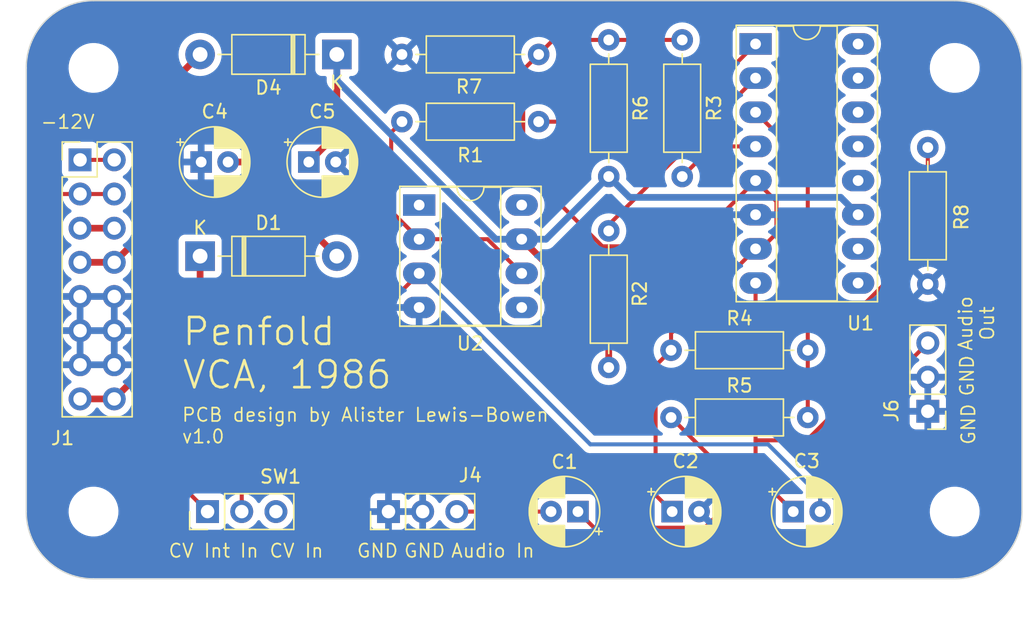
<source format=kicad_pcb>
(kicad_pcb (version 20221018) (generator pcbnew)
  (layers (0 "F.Cu" signal) (31 "B.Cu" power) (34 "B.Paste" user) (35 "F.Paste" user) (36 "B.SilkS" user "B.Silkscreen") (37 "F.SilkS" user "F.Silkscreen") (38 "B.Mask" user) (39 "F.Mask" user) (44 "Edge.Cuts" user))
  (net 0 "")
  (net 1 "Net-(C1-Pad1)")
  (net 2 "2")
  (net 3 "Net-(C2-Pad1)")
  (net 4 "GND")
  (net 5 "Net-(C3-Pad1)")
  (net 6 "3")
  (net 7 "-12V")
  (net 8 "+12V")
  (net 9 "Net-(D1-K)")
  (net 10 "Net-(D4-A)")
  (net 11 "Gate Bus")
  (net 12 "CV Bus")
  (net 13 "+5V")
  (net 14 "Net-(U2--)")
  (net 15 "1")
  (net 16 "Net-(U1C-DIODE_BIAS)")
  (net 17 "Net-(U1C--)")
  (net 18 "Net-(U1C-+)")
  (net 19 "Net-(SW1-C)")
  (footprint "Capacitor_THT:CP_Radial_D5.0mm_P2.00mm" (layer "F.Cu") (at 150 116)
    (fp_text reference "C2" (at 1 -3.75) (layer "F.SilkS"))
    (fp_text value "220uF")
    (pad "1" thru_hole rect (at 0 0) (size 1.6 1.6) (drill 0.8) (layers "*.Cu" "*.Mask") (net 3 "Net-(C2-Pad1)"))
    (pad "2" thru_hole circle (at 2 0) (size 1.6 1.6) (drill 0.8) (layers "*.Cu" "*.Mask") (net 4 "GND"))
  )
  (footprint "Connector_PinHeader_2.54mm:PinHeader_1x03_P2.54mm_Vertical" (layer "F.Cu") (at 115.475 116 90)
    (fp_text reference "SW1" (at 2.6 5.425 180) (layer "F.SilkS"))
    (fp_text value "CV Int/Ext")
    (pad "1" thru_hole rect (at 0 0 90) (size 1.7 1.7) (drill 1) (layers "*.Cu" "*.Mask") (net 12 "CV Bus"))
    (pad "2" thru_hole oval (at 0 2.54 90) (size 1.7 1.7) (drill 1) (layers "*.Cu" "*.Mask") (net 6 "3"))
    (pad "3" thru_hole oval (at 0 5.08 90) (size 1.7 1.7) (drill 1) (layers "*.Cu" "*.Mask") (net 19 "Net-(SW1-C)"))
  )
  (footprint "Resistor_THT:R_Axial_DIN0207_L6.3mm_D2.5mm_P10.16mm_Horizontal" (layer "F.Cu") (at 145.288 105.283 90)
    (fp_text reference "R2" (at 5.483 2.312 90) (layer "F.SilkS"))
    (fp_text value "22k")
    (pad "1" thru_hole circle (at 0 0 90) (size 1.6 1.6) (drill 0.8) (layers "*.Cu" "*.Mask") (net 8 "+12V"))
    (pad "2" thru_hole oval (at 10.16 0 90) (size 1.6 1.6) (drill 0.8) (layers "*.Cu" "*.Mask") (net 16 "Net-(U1C-DIODE_BIAS)"))
  )
  (footprint "Diode_THT:D_DO-41_SOD81_P10.16mm_Horizontal" (layer "F.Cu") (at 125.08 82 180)
    (fp_text reference "D4" (at 5.08 -2.47) (layer "F.SilkS"))
    (fp_text value "1N4007")
    (fp_text user "K" (at 0 -2.1) (layer "F.SilkS"))
    (pad "1" thru_hole rect (at 0 0 180) (size 2.2 2.2) (drill 1.1) (layers "*.Cu" "*.Mask") (net 8 "+12V"))
    (pad "2" thru_hole oval (at 10.16 0 180) (size 2.2 2.2) (drill 1.1) (layers "*.Cu" "*.Mask") (net 10 "Net-(D4-A)"))
  )
  (footprint "Resistor_THT:R_Axial_DIN0207_L6.3mm_D2.5mm_P10.16mm_Horizontal" (layer "F.Cu") (at 129.921 87)
    (fp_text reference "R1" (at 5.08 2.5) (layer "F.SilkS"))
    (fp_text value "18k")
    (pad "1" thru_hole circle (at 0 0) (size 1.6 1.6) (drill 0.8) (layers "*.Cu" "*.Mask") (net 14 "Net-(U2--)"))
    (pad "2" thru_hole oval (at 10.16 0) (size 1.6 1.6) (drill 0.8) (layers "*.Cu" "*.Mask") (net 15 "1"))
  )
  (footprint "Resistor_THT:R_Axial_DIN0207_L6.3mm_D2.5mm_P10.16mm_Horizontal" (layer "F.Cu") (at 150.749 80.92 -90)
    (fp_text reference "R3" (at 5.08 -2.37 90) (layer "F.SilkS"))
    (fp_text value "470")
    (pad "1" thru_hole circle (at 0 0 270) (size 1.6 1.6) (drill 0.8) (layers "*.Cu" "*.Mask") (net 3 "Net-(C2-Pad1)"))
    (pad "2" thru_hole oval (at 10.16 0 270) (size 1.6 1.6) (drill 0.8) (layers "*.Cu" "*.Mask") (net 17 "Net-(U1C--)"))
  )
  (footprint "Connector_PinHeader_2.54mm:PinHeader_2x08_P2.54mm_Vertical" (layer "F.Cu") (at 106 89.84)
    (fp_text reference "J1" (at -1.299 20.7) (layer "F.SilkS"))
    (fp_text value "Eurorack style bus")
    (pad "1" thru_hole rect (at 0 0) (size 1.7 1.7) (drill 1) (layers "*.Cu" "*.Mask") (net 11 "Gate Bus"))
    (pad "2" thru_hole oval (at 2.54 0) (size 1.7 1.7) (drill 1) (layers "*.Cu" "*.Mask") (net 11 "Gate Bus"))
    (pad "3" thru_hole oval (at 0 2.54) (size 1.7 1.7) (drill 1) (layers "*.Cu" "*.Mask") (net 12 "CV Bus"))
    (pad "4" thru_hole oval (at 2.54 2.54) (size 1.7 1.7) (drill 1) (layers "*.Cu" "*.Mask") (net 12 "CV Bus"))
    (pad "5" thru_hole oval (at 0 5.08) (size 1.7 1.7) (drill 1) (layers "*.Cu" "*.Mask") (net 13 "+5V"))
    (pad "6" thru_hole oval (at 2.54 5.08) (size 1.7 1.7) (drill 1) (layers "*.Cu" "*.Mask") (net 13 "+5V"))
    (pad "7" thru_hole oval (at 0 7.62) (size 1.7 1.7) (drill 1) (layers "*.Cu" "*.Mask") (net 10 "Net-(D4-A)"))
    (pad "8" thru_hole oval (at 2.54 7.62) (size 1.7 1.7) (drill 1) (layers "*.Cu" "*.Mask") (net 10 "Net-(D4-A)"))
    (pad "9" thru_hole oval (at 0 10.16) (size 1.7 1.7) (drill 1) (layers "*.Cu" "*.Mask") (net 4 "GND"))
    (pad "10" thru_hole oval (at 2.54 10.16) (size 1.7 1.7) (drill 1) (layers "*.Cu" "*.Mask") (net 4 "GND"))
    (pad "11" thru_hole oval (at 0 12.7) (size 1.7 1.7) (drill 1) (layers "*.Cu" "*.Mask") (net 4 "GND"))
    (pad "12" thru_hole oval (at 2.54 12.7) (size 1.7 1.7) (drill 1) (layers "*.Cu" "*.Mask") (net 4 "GND"))
    (pad "13" thru_hole oval (at 0 15.24) (size 1.7 1.7) (drill 1) (layers "*.Cu" "*.Mask") (net 4 "GND"))
    (pad "14" thru_hole oval (at 2.54 15.24) (size 1.7 1.7) (drill 1) (layers "*.Cu" "*.Mask") (net 4 "GND"))
    (pad "15" thru_hole oval (at 0 17.78) (size 1.7 1.7) (drill 1) (layers "*.Cu" "*.Mask") (net 9 "Net-(D1-K)"))
    (pad "16" thru_hole oval (at 2.54 17.78) (size 1.7 1.7) (drill 1) (layers "*.Cu" "*.Mask") (net 9 "Net-(D1-K)"))
  )
  (footprint "Package_DIP:DIP-8_W7.62mm_Socket_LongPads" (layer "F.Cu") (at 131.2 93.2)
    (fp_text reference "U2" (at 3.8 10.3) (layer "F.SilkS"))
    (fp_text value "CA3140")
    (pad "1" thru_hole rect (at 0 0) (size 2.4 1.6) (drill 0.8) (layers "*.Cu" "*.Mask"))
    (pad "2" thru_hole oval (at 0 2.54) (size 2.4 1.6) (drill 0.8) (layers "*.Cu" "*.Mask") (net 14 "Net-(U2--)"))
    (pad "3" thru_hole oval (at 0 5.08) (size 2.4 1.6) (drill 0.8) (layers "*.Cu" "*.Mask") (net 6 "3"))
    (pad "4" thru_hole oval (at 0 7.62) (size 2.4 1.6) (drill 0.8) (layers "*.Cu" "*.Mask") (net 4 "GND"))
    (pad "5" thru_hole oval (at 7.62 7.62) (size 2.4 1.6) (drill 0.8) (layers "*.Cu" "*.Mask"))
    (pad "6" thru_hole oval (at 7.62 5.08) (size 2.4 1.6) (drill 0.8) (layers "*.Cu" "*.Mask") (net 14 "Net-(U2--)"))
    (pad "7" thru_hole oval (at 7.62 2.54) (size 2.4 1.6) (drill 0.8) (layers "*.Cu" "*.Mask") (net 8 "+12V"))
    (pad "8" thru_hole oval (at 7.62 0) (size 2.4 1.6) (drill 0.8) (layers "*.Cu" "*.Mask"))
  )
  (footprint "MountingHole:MountingHole_3.2mm_M3" (layer "F.Cu") (at 107 83)
    (fp_text reference "H1" hide)
    (fp_text value "MountingHole")
    (pad "" np_thru_hole circle (at 0 0) (size 3.2 3.2) (drill 3.2) (layers "*.Cu" "*.Mask"))
  )
  (footprint "MountingHole:MountingHole_3.2mm_M3" (layer "F.Cu") (at 171 83)
    (fp_text reference "H2" hide)
    (fp_text value "MountingHole")
    (pad "" np_thru_hole circle (at 0 0) (size 3.2 3.2) (drill 3.2) (layers "*.Cu" "*.Mask"))
  )
  (footprint "Resistor_THT:R_Axial_DIN0207_L6.3mm_D2.5mm_P10.16mm_Horizontal" (layer "F.Cu") (at 169 99.08 90)
    (fp_text reference "R8" (at 4.98 2.5 90) (layer "F.SilkS"))
    (fp_text value "4k7")
    (pad "1" thru_hole circle (at 0 0 90) (size 1.6 1.6) (drill 0.8) (layers "*.Cu" "*.Mask") (net 4 "GND"))
    (pad "2" thru_hole oval (at 10.16 0 90) (size 1.6 1.6) (drill 0.8) (layers "*.Cu" "*.Mask") (net 5 "Net-(C3-Pad1)"))
  )
  (footprint "Connector_PinHeader_2.54mm:PinHeader_1x03_P2.54mm_Vertical" (layer "F.Cu") (at 128.92 116 90)
    (fp_text reference "J4" (at 2.7 6.08 180) (layer "F.SilkS"))
    (fp_text value "input breakout")
    (pad "1" thru_hole rect (at 0 0 90) (size 1.7 1.7) (drill 1) (layers "*.Cu" "*.Mask") (net 4 "GND"))
    (pad "2" thru_hole oval (at 0 2.54 90) (size 1.7 1.7) (drill 1) (layers "*.Cu" "*.Mask") (net 4 "GND"))
    (pad "3" thru_hole oval (at 0 5.08 90) (size 1.7 1.7) (drill 1) (layers "*.Cu" "*.Mask") (net 2 "2"))
  )
  (footprint "Diode_THT:D_DO-41_SOD81_P10.16mm_Horizontal" (layer "F.Cu") (at 114.92 97)
    (fp_text reference "D1" (at 5.08 -2.47) (layer "F.SilkS"))
    (fp_text value "1N4007")
    (fp_text user "K" (at 0 -2.1) (layer "F.SilkS"))
    (pad "1" thru_hole rect (at 0 0) (size 2.2 2.2) (drill 1.1) (layers "*.Cu" "*.Mask") (net 9 "Net-(D1-K)"))
    (pad "2" thru_hole oval (at 10.16 0) (size 2.2 2.2) (drill 1.1) (layers "*.Cu" "*.Mask") (net 7 "-12V"))
  )
  (footprint "Connector_PinHeader_2.54mm:PinHeader_1x03_P2.54mm_Vertical" (layer "F.Cu") (at 169 108.54 180)
    (fp_text reference "J6" (at 2.7 0.04 90) (layer "F.SilkS"))
    (fp_text value "Output breakout")
    (pad "1" thru_hole rect (at 0 0 180) (size 1.7 1.7) (drill 1) (layers "*.Cu" "*.Mask") (net 4 "GND"))
    (pad "2" thru_hole oval (at 0 2.54 180) (size 1.7 1.7) (drill 1) (layers "*.Cu" "*.Mask") (net 4 "GND"))
    (pad "3" thru_hole oval (at 0 5.08 180) (size 1.7 1.7) (drill 1) (layers "*.Cu" "*.Mask") (net 6 "3"))
  )
  (footprint "MountingHole:MountingHole_3.2mm_M3" (layer "F.Cu") (at 171 116)
    (fp_text reference "H4" hide)
    (fp_text value "MountingHole")
    (pad "" np_thru_hole circle (at 0 0) (size 3.2 3.2) (drill 3.2) (layers "*.Cu" "*.Mask"))
  )
  (footprint "MountingHole:MountingHole_3.2mm_M3" (layer "F.Cu") (at 107 116)
    (fp_text reference "H3" hide)
    (fp_text value "MountingHole")
    (pad "" np_thru_hole circle (at 0 0) (size 3.2 3.2) (drill 3.2) (layers "*.Cu" "*.Mask"))
  )
  (footprint "Resistor_THT:R_Axial_DIN0207_L6.3mm_D2.5mm_P10.16mm_Horizontal" (layer "F.Cu") (at 149.92 104)
    (fp_text reference "R4" (at 5.08 -2.37) (layer "F.SilkS"))
    (fp_text value "470")
    (pad "1" thru_hole circle (at 0 0) (size 1.6 1.6) (drill 0.8) (layers "*.Cu" "*.Mask") (net 3 "Net-(C2-Pad1)"))
    (pad "2" thru_hole oval (at 10.16 0) (size 1.6 1.6) (drill 0.8) (layers "*.Cu" "*.Mask") (net 18 "Net-(U1C-+)"))
  )
  (footprint "Capacitor_THT:CP_Radial_D5.0mm_P2.00mm" (layer "F.Cu") (at 115 90)
    (fp_text reference "C4" (at 1 -3.75) (layer "F.SilkS"))
    (fp_text value "10uF")
    (pad "1" thru_hole rect (at 0 0) (size 1.6 1.6) (drill 0.8) (layers "*.Cu" "*.Mask") (net 4 "GND"))
    (pad "2" thru_hole circle (at 2 0) (size 1.6 1.6) (drill 0.8) (layers "*.Cu" "*.Mask") (net 7 "-12V"))
  )
  (footprint "Capacitor_THT:CP_Radial_D5.0mm_P2.00mm" (layer "F.Cu") (at 159 116)
    (fp_text reference "C3" (at 1 -3.75) (layer "F.SilkS"))
    (fp_text value "10uF")
    (pad "1" thru_hole rect (at 0 0) (size 1.6 1.6) (drill 0.8) (layers "*.Cu" "*.Mask") (net 5 "Net-(C3-Pad1)"))
    (pad "2" thru_hole circle (at 2 0) (size 1.6 1.6) (drill 0.8) (layers "*.Cu" "*.Mask") (net 6 "3"))
  )
  (footprint "Resistor_THT:R_Axial_DIN0207_L6.3mm_D2.5mm_P10.16mm_Horizontal" (layer "F.Cu") (at 129.92 82)
    (fp_text reference "R7" (at 4.98 2.4) (layer "F.SilkS"))
    (fp_text value "4k7")
    (pad "1" thru_hole circle (at 0 0) (size 1.6 1.6) (drill 0.8) (layers "*.Cu" "*.Mask") (net 4 "GND"))
    (pad "2" thru_hole oval (at 10.16 0) (size 1.6 1.6) (drill 0.8) (layers "*.Cu" "*.Mask") (net 3 "Net-(C2-Pad1)"))
  )
  (footprint "Capacitor_THT:CP_Radial_D5.0mm_P2.00mm" (layer "F.Cu") (at 143 116 180)
    (fp_text reference "C1" (at 1 3.7) (layer "F.SilkS"))
    (fp_text value "1uF")
    (pad "1" thru_hole rect (at 0 0 180) (size 1.6 1.6) (drill 0.8) (layers "*.Cu" "*.Mask") (net 1 "Net-(C1-Pad1)"))
    (pad "2" thru_hole circle (at 2 0 180) (size 1.6 1.6) (drill 0.8) (layers "*.Cu" "*.Mask") (net 2 "2"))
  )
  (footprint "Resistor_THT:R_Axial_DIN0207_L6.3mm_D2.5mm_P10.16mm_Horizontal" (layer "F.Cu") (at 149.92 109)
    (fp_text reference "R5" (at 5.08 -2.37) (layer "F.SilkS"))
    (fp_text value "22k")
    (pad "1" thru_hole circle (at 0 0) (size 1.6 1.6) (drill 0.8) (layers "*.Cu" "*.Mask") (net 1 "Net-(C1-Pad1)"))
    (pad "2" thru_hole oval (at 10.16 0) (size 1.6 1.6) (drill 0.8) (layers "*.Cu" "*.Mask") (net 18 "Net-(U1C-+)"))
  )
  (footprint "Capacitor_THT:CP_Radial_D5.0mm_P2.00mm" (layer "F.Cu") (at 123 90)
    (fp_text reference "C5" (at 1 -3.75) (layer "F.SilkS"))
    (fp_text value "10uF")
    (pad "1" thru_hole rect (at 0 0) (size 1.6 1.6) (drill 0.8) (layers "*.Cu" "*.Mask") (net 8 "+12V"))
    (pad "2" thru_hole circle (at 2 0) (size 1.6 1.6) (drill 0.8) (layers "*.Cu" "*.Mask") (net 4 "GND"))
  )
  (footprint "Package_DIP:DIP-16_W7.62mm_Socket_LongPads" (layer "F.Cu") (at 156.2 81.22)
    (fp_text reference "U1" (at 7.8 20.78) (layer "F.SilkS"))
    (fp_text value "LM13600")
    (pad "1" thru_hole rect (at 0 0) (size 2.4 1.6) (drill 0.8) (layers "*.Cu" "*.Mask") (net 15 "1"))
    (pad "2" thru_hole oval (at 0 2.54) (size 2.4 1.6) (drill 0.8) (layers "*.Cu" "*.Mask") (net 16 "Net-(U1C-DIODE_BIAS)"))
    (pad "3" thru_hole oval (at 0 5.08) (size 2.4 1.6) (drill 0.8) (layers "*.Cu" "*.Mask") (net 18 "Net-(U1C-+)"))
    (pad "4" thru_hole oval (at 0 7.62) (size 2.4 1.6) (drill 0.8) (layers "*.Cu" "*.Mask") (net 17 "Net-(U1C--)"))
    (pad "5" thru_hole oval (at 0 10.16) (size 2.4 1.6) (drill 0.8) (layers "*.Cu" "*.Mask") (net 3 "Net-(C2-Pad1)"))
    (pad "6" thru_hole oval (at 0 12.7) (size 2.4 1.6) (drill 0.8) (layers "*.Cu" "*.Mask") (net 4 "GND"))
    (pad "7" thru_hole oval (at 0 15.24) (size 2.4 1.6) (drill 0.8) (layers "*.Cu" "*.Mask") (net 3 "Net-(C2-Pad1)"))
    (pad "8" thru_hole oval (at 0 17.78) (size 2.4 1.6) (drill 0.8) (layers "*.Cu" "*.Mask") (net 5 "Net-(C3-Pad1)"))
    (pad "9" thru_hole oval (at 7.62 17.78) (size 2.4 1.6) (drill 0.8) (layers "*.Cu" "*.Mask"))
    (pad "10" thru_hole oval (at 7.62 15.24) (size 2.4 1.6) (drill 0.8) (layers "*.Cu" "*.Mask"))
    (pad "11" thru_hole oval (at 7.62 12.7) (size 2.4 1.6) (drill 0.8) (layers "*.Cu" "*.Mask") (net 8 "+12V"))
    (pad "12" thru_hole oval (at 7.62 10.16) (size 2.4 1.6) (drill 0.8) (layers "*.Cu" "*.Mask"))
    (pad "13" thru_hole oval (at 7.62 7.62) (size 2.4 1.6) (drill 0.8) (layers "*.Cu" "*.Mask"))
    (pad "14" thru_hole oval (at 7.62 5.08) (size 2.4 1.6) (drill 0.8) (layers "*.Cu" "*.Mask"))
    (pad "15" thru_hole oval (at 7.62 2.54) (size 2.4 1.6) (drill 0.8) (layers "*.Cu" "*.Mask"))
    (pad "16" thru_hole oval (at 7.62 0) (size 2.4 1.6) (drill 0.8) (layers "*.Cu" "*.Mask"))
  )
  (footprint "Resistor_THT:R_Axial_DIN0207_L6.3mm_D2.5mm_P10.16mm_Horizontal" (layer "F.Cu") (at 145.288 80.92 -90)
    (fp_text reference "R6" (at 5.08 -2.37 90) (layer "F.SilkS"))
    (fp_text value "4k7")
    (pad "1" thru_hole circle (at 0 0 270) (size 1.6 1.6) (drill 0.8) (layers "*.Cu" "*.Mask") (net 3 "Net-(C2-Pad1)"))
    (pad "2" thru_hole oval (at 10.16 0 270) (size 1.6 1.6) (drill 0.8) (layers "*.Cu" "*.Mask") (net 8 "+12V"))
  )
  (gr_arc (start 102 83) (mid 103.464466 79.464466) (end 107 78) (stroke (width 0.1)) (layer "Edge.Cuts"))
  (gr_arc (start 171 78) (mid 174.535534 79.464466) (end 176 83) (stroke (width 0.1)) (layer "Edge.Cuts"))
  (gr_line (start 171 121) (end 107 121) (stroke (width 0.1)) (layer "Edge.Cuts"))
  (gr_line (start 107 78) (end 171 78) (stroke (width 0.1)) (layer "Edge.Cuts"))
  (gr_line (start 176 83) (end 176 116) (stroke (width 0.1)) (layer "Edge.Cuts"))
  (gr_arc (start 107 121) (mid 103.464466 119.535534) (end 102 116) (stroke (width 0.1)) (layer "Edge.Cuts"))
  (gr_arc (start 176 116) (mid 174.535534 119.535534) (end 171 121) (stroke (width 0.1)) (layer "Edge.Cuts"))
  (gr_line (start 102 83) (end 102 116) (stroke (width 0.1)) (layer "Edge.Cuts"))
  (gr_text "Penfold\nVCA, 1986" (at 113.5 107) (layer "F.SilkS") (effects (font (size 2 2) (thickness 0.2) bold) (justify left bottom)))
  (gr_text "GND" (at 126.5 119.5) (layer "F.SilkS") (effects (font (size 1 1) (thickness 0.125)) (justify left bottom)))
  (gr_text "CV Int" (at 112.5 119.5) (layer "F.SilkS") (effects (font (size 1 1) (thickness 0.125)) (justify left bottom)))
  (gr_text "In" (at 117.8 119.5) (layer "F.SilkS") (effects (font (size 1 1) (thickness 0.125)) (justify left bottom)))
  (gr_text "Audio\nOut" (at 174 102 90) (layer "F.SilkS") (effects (font (size 1 1) (thickness 0.125)) (justify bottom)))
  (gr_text "PCB design by Alister Lewis-Bowen\nv1.0" (at 113.5 111) (layer "F.SilkS") (effects (font (size 1 1) (thickness 0.125)) (justify left bottom)))
  (gr_text "GND" (at 130 119.5) (layer "F.SilkS") (effects (font (size 1 1) (thickness 0.125)) (justify left bottom)))
  (gr_text "-12V" (at 103 87.6) (layer "F.SilkS") (effects (font (size 1 1) (thickness 0.125)) (justify left bottom)))
  (gr_text "GND" (at 172.6 109.5 90) (layer "F.SilkS") (effects (font (size 1 1) (thickness 0.125)) (justify bottom)))
  (gr_text "GND" (at 172.5 107.5 90) (layer "F.SilkS") (effects (font (size 1 1) (thickness 0.125)) (justify left bottom)))
  (gr_text "CV In" (at 120 119.5) (layer "F.SilkS") (effects (font (size 1 1) (thickness 0.125)) (justify left bottom)))
  (gr_text "Audio In" (at 133.5 119.5) (layer "F.SilkS") (effects (font (size 1 1) (thickness 0.125)) (justify left bottom)))
  (segment (start 152.426346 117.2) (end 144.2 117.2) (width 0.3) (layer "F.Cu") (net 1))
  (segment (start 153.15 116.476346) (end 152.426346 117.2) (width 0.3) (layer "F.Cu") (net 1))
  (segment (start 153.15 112.23) (end 153.15 116.476346) (width 0.3) (layer "F.Cu") (net 1))
  (segment (start 149.92 109) (end 153.15 112.23) (width 0.3) (layer "F.Cu") (net 1))
  (segment (start 144.2 117.2) (end 143 116) (width 0.3) (layer "F.Cu") (net 1))
  (segment (start 134 116) (end 141 116) (width 0.3) (layer "F.Cu") (net 2))
  (segment (start 145.288 80.92) (end 141.16 80.92) (width 0.3) (layer "F.Cu") (net 3))
  (segment (start 150 116) (end 148.77 114.77) (width 0.3) (layer "F.Cu") (net 3))
  (segment (start 156.2 96.46) (end 156.6 96.46) (width 0.3) (layer "F.Cu") (net 3))
  (segment (start 138.931 90.392346) (end 144.811654 96.273) (width 0.3) (layer "F.Cu") (net 3))
  (segment (start 148.77 105.15) (end 149.92 104) (width 0.3) (layer "F.Cu") (net 3))
  (segment (start 141.16 80.92) (end 140.08 82) (width 0.3) (layer "F.Cu") (net 3))
  (segment (start 157.75 95.31) (end 157.75 92.93) (width 0.3) (layer "F.Cu") (net 3))
  (segment (start 149.92 102.74) (end 149.92 104) (width 0.3) (layer "F.Cu") (net 3))
  (segment (start 140.08 82) (end 138.931 83.149) (width 0.3) (layer "F.Cu") (net 3))
  (segment (start 150.749 80.92) (end 145.288 80.92) (width 0.3) (layer "F.Cu") (net 3))
  (segment (start 148.77 114.77) (end 148.77 105.15) (width 0.3) (layer "F.Cu") (net 3))
  (segment (start 157.75 92.93) (end 156.2 91.38) (width 0.3) (layer "F.Cu") (net 3))
  (segment (start 151.307 96.273) (end 156.2 91.38) (width 0.3) (layer "F.Cu") (net 3))
  (segment (start 156.6 96.46) (end 157.75 95.31) (width 0.3) (layer "F.Cu") (net 3))
  (segment (start 138.931 83.149) (end 138.931 90.392346) (width 0.3) (layer "F.Cu") (net 3))
  (segment (start 144.811654 96.273) (end 151.307 96.273) (width 0.3) (layer "F.Cu") (net 3))
  (segment (start 156.2 96.46) (end 149.92 102.74) (width 0.3) (layer "F.Cu") (net 3))
  (segment (start 169 88.92) (end 169 95.846346) (width 0.3) (layer "F.Cu") (net 5))
  (segment (start 169 95.846346) (end 161.899519 102.946827) (width 0.3) (layer "F.Cu") (net 5))
  (segment (start 156.2 113.2) (end 156.2 110.7) (width 0.3) (layer "F.Cu") (net 5))
  (segment (start 161.899519 102.946827) (end 161.899519 108.806827) (width 0.3) (layer "F.Cu") (net 5))
  (segment (start 160.006346 110.7) (end 156.2 110.7) (width 0.3) (layer "F.Cu") (net 5))
  (segment (start 156.2 110.7) (end 156.2 99) (width 0.3) (layer "F.Cu") (net 5))
  (segment (start 161.899519 108.806827) (end 160.006346 110.7) (width 0.3) (layer "F.Cu") (net 5))
  (segment (start 159 116) (end 156.2 113.2) (width 0.3) (layer "F.Cu") (net 5))
  (segment (start 161 111.46) (end 169 103.46) (width 0.3) (layer "F.Cu") (net 6))
  (segment (start 118.015 116) (end 118.015 111.465) (width 0.3) (layer "F.Cu") (net 6))
  (segment (start 161 116) (end 161 111.46) (width 0.3) (layer "F.Cu") (net 6))
  (segment (start 118.015 111.465) (end 131.2 98.28) (width 0.3) (layer "F.Cu") (net 6))
  (segment (start 161 114.86863) (end 161 116) (width 0.3) (layer "B.Cu") (net 6))
  (segment (start 157.13137 111) (end 161 114.86863) (width 0.3) (layer "B.Cu") (net 6))
  (segment (start 131.2 98.28) (end 143.92 111) (width 0.3) (layer "B.Cu") (net 6))
  (segment (start 143.92 111) (end 157.13137 111) (width 0.3) (layer "B.Cu") (net 6))
  (segment (start 118.08 90) (end 117 90) (width 0.5) (layer "F.Cu") (net 7))
  (segment (start 125.08 97) (end 118.08 90) (width 0.5) (layer "F.Cu") (net 7))
  (segment (start 125.08 87.92) (end 123 90) (width 0.5) (layer "F.Cu") (net 8))
  (segment (start 145.288 105.283) (end 145.288 102.208) (width 0.5) (layer "F.Cu") (net 8))
  (segment (start 125.08 82) (end 125.08 87.92) (width 0.5) (layer "F.Cu") (net 8))
  (segment (start 145.288 102.208) (end 138.82 95.74) (width 0.5) (layer "F.Cu") (net 8))
  (segment (start 140.628 95.74) (end 145.288 91.08) (width 0.5) (layer "B.Cu") (net 8))
  (segment (start 146.838 92.63) (end 162.53 92.63) (width 0.5) (layer "B.Cu") (net 8))
  (segment (start 138.82 95.74) (end 140.628 95.74) (width 0.5) (layer "B.Cu") (net 8))
  (segment (start 162.53 92.63) (end 163.82 93.92) (width 0.5) (layer "B.Cu") (net 8))
  (segment (start 125.08 83.926767) (end 136.893233 95.74) (width 0.5) (layer "B.Cu") (net 8))
  (segment (start 136.893233 95.74) (end 138.82 95.74) (width 0.5) (layer "B.Cu") (net 8))
  (segment (start 145.288 91.08) (end 146.838 92.63) (width 0.5) (layer "B.Cu") (net 8))
  (segment (start 125.08 82) (end 125.08 83.926767) (width 0.5) (layer "B.Cu") (net 8))
  (segment (start 106 107.62) (end 108.54 107.62) (width 0.5) (layer "F.Cu") (net 9))
  (segment (start 108.54 107.62) (end 114.92 101.24) (width 0.5) (layer "F.Cu") (net 9))
  (segment (start 114.92 101.24) (end 114.92 97) (width 0.5) (layer "F.Cu") (net 9))
  (segment (start 106 97.46) (end 108.54 97.46) (width 0.5) (layer "F.Cu") (net 10))
  (segment (start 114.92 82) (end 111.8 85.12) (width 0.5) (layer "F.Cu") (net 10))
  (segment (start 111.8 85.12) (end 111.8 94.2) (width 0.5) (layer "F.Cu") (net 10))
  (segment (start 111.8 94.2) (end 108.54 97.46) (width 0.5) (layer "F.Cu") (net 10))
  (segment (start 106 89.84) (end 108.54 89.84) (width 0.3) (layer "F.Cu") (net 11))
  (segment (start 105.4 111.1) (end 110 111.1) (width 0.3) (layer "F.Cu") (net 12))
  (segment (start 110.575 111.1) (end 110 111.1) (width 0.3) (layer "F.Cu") (net 12))
  (segment (start 103.9 93.1) (end 103.9 107.217057) (width 0.3) (layer "F.Cu") (net 12))
  (segment (start 106 92.38) (end 104.62 92.38) (width 0.3) (layer "F.Cu") (net 12))
  (segment (start 115.475 116) (end 110.575 111.1) (width 0.3) (layer "F.Cu") (net 12))
  (segment (start 106 92.38) (end 108.54 92.38) (width 0.3) (layer "F.Cu") (net 12))
  (segment (start 104.62 92.38) (end 103.9 93.1) (width 0.3) (layer "F.Cu") (net 12))
  (segment (start 103.9 107.217057) (end 103.9 109.6) (width 0.3) (layer "F.Cu") (net 12))
  (segment (start 103.9 109.6) (end 105.4 111.1) (width 0.3) (layer "F.Cu") (net 12))
  (segment (start 106 94.92) (end 108.54 94.92) (width 0.5) (layer "F.Cu") (net 13))
  (segment (start 131.2 95.74) (end 136.28 95.74) (width 0.3) (layer "F.Cu") (net 14))
  (segment (start 129.121001 93.661001) (end 131.2 95.74) (width 0.3) (layer "F.Cu") (net 14))
  (segment (start 129.121001 87.799999) (end 129.121001 93.661001) (width 0.3) (layer "F.Cu") (net 14))
  (segment (start 129.921 87) (end 129.121001 87.799999) (width 0.3) (layer "F.Cu") (net 14))
  (segment (start 136.28 95.74) (end 138.82 98.28) (width 0.3) (layer "F.Cu") (net 14))
  (segment (start 156.2 81.22) (end 150.42 87) (width 0.3) (layer "F.Cu") (net 15))
  (segment (start 150.42 87) (end 140.081 87) (width 0.3) (layer "F.Cu") (net 15))
  (segment (start 156.2 83.76) (end 145.288 94.672) (width 0.3) (layer "F.Cu") (net 16))
  (segment (start 145.288 94.672) (end 145.288 95.123) (width 0.3) (layer "F.Cu") (net 16))
  (segment (start 152.989 88.84) (end 150.749 91.08) (width 0.3) (layer "F.Cu") (net 17))
  (segment (start 156.2 88.84) (end 152.989 88.84) (width 0.3) (layer "F.Cu") (net 17))
  (segment (start 160.08 109) (end 160.08 104) (width 0.3) (layer "F.Cu") (net 18))
  (segment (start 160.08 90.18) (end 156.2 86.3) (width 0.3) (layer "F.Cu") (net 18))
  (segment (start 160.08 104) (end 160.08 90.18) (width 0.3) (layer "F.Cu") (net 18))
  (zone (net 4) (net_name "GND") (layer "B.Cu") (connect_pads (clearance 0.5)) (min_thickness 0.25) (fill yes (thermal_gap 0.5) (thermal_bridge_width 0.5))
    (polygon (pts (xy 102 78) (xy 176 78) (xy 176 121) (xy 102 121)))
  )
)
</source>
